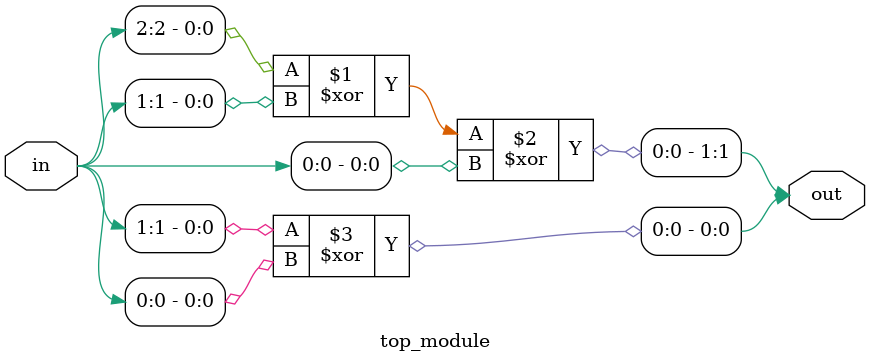
<source format=sv>
module top_module (
	input [2:0] in,
	output [1:0] out
);
	
	// Combinational logic to add the input bits
	assign out[1] = in[2] ^ in[1] ^ in[0];
	assign out[0] = in[1] ^ in[0];

endmodule

</source>
